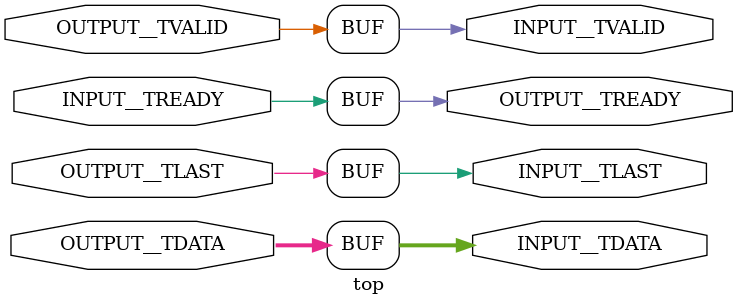
<source format=v>
/* Generated by Yosys 0.9+932 (git sha1 4072a966, gcc 7.4.0-1ubuntu1~18.04.1 -fPIC -Os) */

(* generator = "nMigen" *)
(* top =  1  *)
(* \nmigen.hierarchy  = "top" *)
module top(INPUT__TVALID, INPUT__TREADY, INPUT__TLAST, OUTPUT__TDATA, OUTPUT__TVALID, OUTPUT__TREADY, OUTPUT__TLAST, INPUT__TDATA);
  (* src = "./test_case.py:20" *)
  output [15:0] INPUT__TDATA;
  (* src = "./test_case.py:20" *)
  output INPUT__TLAST;
  (* src = "./test_case.py:20" *)
  input INPUT__TREADY;
  (* src = "./test_case.py:20" *)
  output INPUT__TVALID;
  (* src = "./test_case.py:20" *)
  input [15:0] OUTPUT__TDATA;
  (* src = "./test_case.py:20" *)
  input OUTPUT__TLAST;
  (* src = "./test_case.py:20" *)
  output OUTPUT__TREADY;
  (* src = "./test_case.py:20" *)
  input OUTPUT__TVALID;
  assign INPUT__TLAST = OUTPUT__TLAST;
  assign OUTPUT__TREADY = INPUT__TREADY;
  assign INPUT__TVALID = OUTPUT__TVALID;
  assign INPUT__TDATA = OUTPUT__TDATA;
endmodule


</source>
